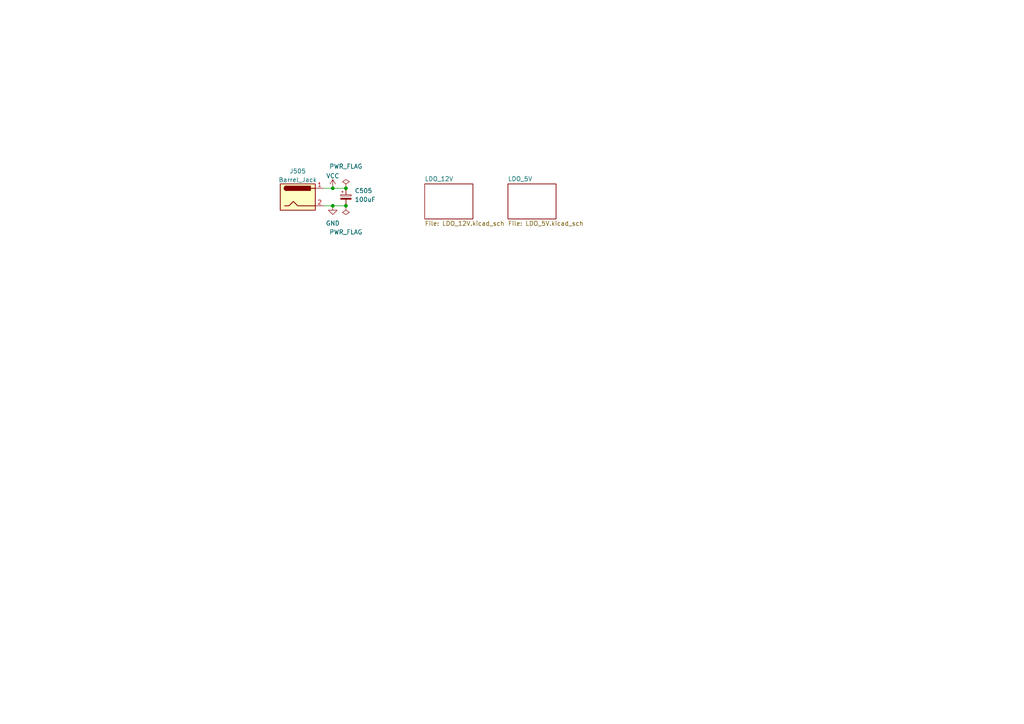
<source format=kicad_sch>
(kicad_sch (version 20230121) (generator eeschema)
  (paper "A4")
  (lib_symbols
    (symbol "Connector:Barrel_Jack" (pin_names (offset 1.016))
      (property "Reference" "J" (at 0 5.334 0))
      (property "Value" "Barrel_Jack" (at 0 -5.08 0))
      (symbol "Barrel_Jack_0_1"
        (rectangle (start -5.08 3.81) (end 5.08 -3.81) (stroke (width 0.254)) (fill (type background)))
        (arc (start -3.302 3.175) (mid -3.9343 2.54) (end -3.302 1.905) (stroke (width 0.254)))
        (arc (start -3.302 3.175) (mid -3.9343 2.54) (end -3.302 1.905) (stroke (width 0.254)) (fill (type outline)))
        (polyline (pts (xy 5.08 2.54) (xy 3.81 2.54)) (stroke (width 0.254)))
        (polyline (pts (xy -3.81 -2.54) (xy -2.54 -2.54) (xy -1.27 -1.27) (xy 0 -2.54) (xy 2.54 -2.54) (xy 5.08 -2.54)) (stroke (width 0.254)))
        (rectangle (start 3.683 3.175) (end -3.302 1.905) (stroke (width 0.254)) (fill (type outline)))
      )
      (symbol "Barrel_Jack_1_1"
        (pin passive line (at 7.62 2.54 180) (length 2.54) (name "~") (number "1"))
        (pin passive line (at 7.62 -2.54 180) (length 2.54) (name "~") (number "2"))
      )
    )
    (symbol "Device:C_Polarized_Small" (pin_numbers hide) (pin_names (offset 0.254) hide)
      (property "Reference" "C" (at 0.254 1.778 0))
      (property "Value" "C_Polarized_Small" (at 0.254 -2.032 0))
      (symbol "C_Polarized_Small_0_1"
        (rectangle (start -1.524 -0.3048) (end 1.524 -0.6858) (fill (type outline)))
        (rectangle (start -1.524 0.6858) (end 1.524 0.3048))
        (polyline (pts (xy -1.27 1.524) (xy -0.762 1.524)))
        (polyline (pts (xy -1.016 1.27) (xy -1.016 1.778)))
      )
      (symbol "C_Polarized_Small_1_1"
        (pin passive line (at 0 2.54 270) (length 1.8542) (name "~") (number "1"))
        (pin passive line (at 0 -2.54 90) (length 1.8542) (name "~") (number "2"))
      )
    )
    (symbol "power:GND" (power) (pin_names (offset 0))
      (property "Value" "GND" (at 0 -3.81 0))
      (symbol "GND_0_1"
        (polyline (pts (xy 0 0) (xy 0 -1.27) (xy 1.27 -1.27) (xy 0 -2.54) (xy -1.27 -1.27) (xy 0 -1.27)))
      )
      (symbol "GND_1_1"
        (pin power_in line (at 0 0 270) (length 0) hide (name "GND") (number "1"))
      )
    )
    (symbol "power:PWR_FLAG" (power) (pin_numbers hide) (pin_names (offset 0) hide)
      (property "Value" "PWR_FLAG" (at 0 3.81 0))
      (symbol "PWR_FLAG_0_0"
        (pin power_out line (at 0 0 90) (length 0) (name "pwr") (number "1"))
      )
      (symbol "PWR_FLAG_0_1"
        (polyline (pts (xy 0 0) (xy 0 1.27) (xy -1.016 1.905) (xy 0 2.54) (xy 1.016 1.905) (xy 0 1.27)))
      )
    )
    (symbol "power:VCC" (power) (pin_names (offset 0))
      (property "Value" "VCC" (at 0 3.81 0))
      (symbol "VCC_0_1"
        (polyline (pts (xy -0.762 1.27) (xy 0 2.54)))
        (polyline (pts (xy 0 0) (xy 0 2.54)))
        (polyline (pts (xy 0 2.54) (xy 0.762 1.27)))
      )
      (symbol "VCC_1_1"
        (pin power_in line (at 0 0 90) (length 0) hide (name "VCC") (number "1"))
      )
    )
  )
  (junction (at 96.52 59.69))
  (junction (at 100.33 54.61))
  (junction (at 100.33 59.69))
  (junction (at 96.52 54.61))
  (wire (pts (xy 96.52 59.69) (xy 100.33 59.69)))
  (wire (pts (xy 96.52 54.61) (xy 100.33 54.61)))
  (wire (pts (xy 93.98 59.69) (xy 96.52 59.69)))
  (wire (pts (xy 93.98 54.61) (xy 96.52 54.61)))
  (symbol (lib_id "power:PWR_FLAG") (at 100.33 59.69 180) (unit 1)
    (property "Reference" "#FLG02" (effects hide))
    (property "Value" "PWR_FLAG" (at 100.33 67.31 0))
  )
  (symbol (lib_id "power:GND") (at 96.52 59.69 0) (unit 1)
    (property "Reference" "#PWR08" (effects hide))
    (property "Value" "GND" (at 96.52 64.77 0))
  )
  (symbol (lib_id "power:PWR_FLAG") (at 100.33 54.61 0) (unit 1)
    (property "Reference" "#FLG01" (effects hide))
    (property "Value" "PWR_FLAG" (at 100.33 48.26 0))
  )
  (symbol (lib_id "Device:C_Polarized_Small") (at 100.33 57.15 0) (unit 1)
    (property "Reference" "C505" (at 102.87 55.3339 0) (effects (justify left)))
    (property "Value" "100uF" (at 102.87 57.8739 0) (effects (justify left)))
    (property "Footprint" "Capacitor_SMD:CP_Elec_6.3x5.9" (effects hide))
    (property "JLCPCB Part#" "C494840" (effects hide))
  )
  (symbol (lib_id "power:VCC") (at 96.52 54.61 0) (unit 1)
    (property "Reference" "#PWR04" (effects hide))
    (property "Value" "VCC" (at 96.52 51.0342 0))
  )
  (symbol (lib_id "Connector:Barrel_Jack") (at 86.36 57.15 0) (unit 1)
    (property "Reference" "J505" (at 86.36 49.6402 0))
    (property "Value" "Barrel_Jack" (at 86.36 52.1771 0))
    (property "Footprint" "Connector_BarrelJack:BarrelJack_GCT_DCJ200-10-A_Horizontal" (effects hide))
    (property "JLCPCB Part#" "C7428747" (effects hide))
  )
  (sheet (at 147.32 53.34) (size 13.97 10.16) (stroke (width 0.1524))
    (property "Sheetname" "LDO_5V" (at 147.32 52.6284 0) (effects (justify left bottom)))
    (property "Sheetfile" "LDO_5V.kicad_sch" (at 147.32 64.0846 0) (effects (justify left top)))
  )
  (sheet (at 123.19 53.34) (size 13.97 10.16) (stroke (width 0.1524))
    (property "Sheetname" "LDO_12V" (at 123.19 52.6284 0) (effects (justify left bottom)))
    (property "Sheetfile" "LDO_12V.kicad_sch" (at 123.19 64.0846 0) (effects (justify left top)))
  )
)
</source>
